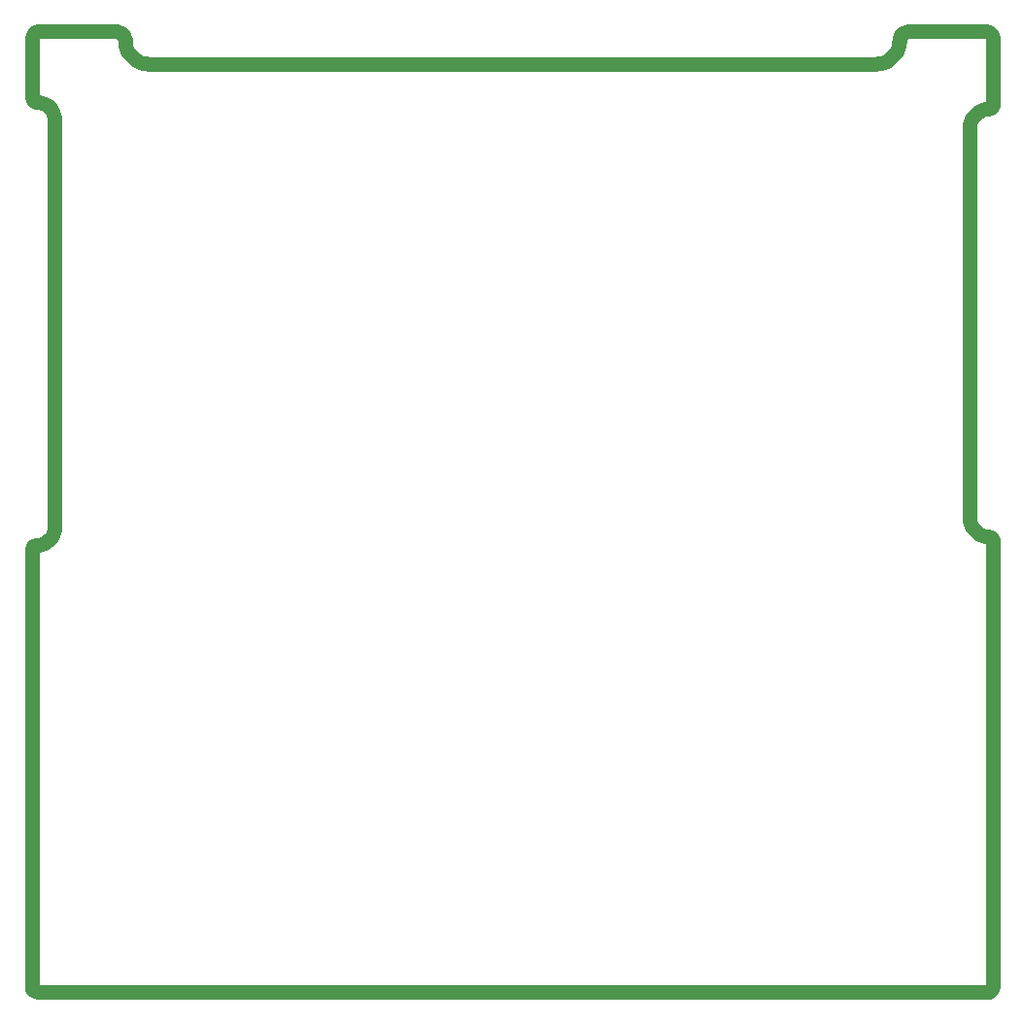
<source format=gbr>
G04*
G04 #@! TF.GenerationSoftware,Altium Limited,Altium Designer,24.1.2 (44)*
G04*
G04 Layer_Color=8421504*
%FSLAX44Y44*%
%MOMM*%
G71*
G04*
G04 #@! TF.SameCoordinates,A1CAFFC3-4532-48F1-AA43-BC187200CDC2*
G04*
G04*
G04 #@! TF.FilePolarity,Positive*
G04*
G01*
G75*
%ADD13C,1.2700*%
D13*
X87650Y836000D02*
X87276Y838360D01*
X86193Y840490D01*
X84506Y842182D01*
X82378Y843271D01*
X80019Y843650D01*
X6350Y12000D02*
X7105Y9179D01*
X9168Y7111D01*
X11988Y6350D01*
X742000Y815650D02*
X744451Y815798D01*
X746867Y816240D01*
X749212Y816970D01*
X751451Y817978D01*
X753553Y819247D01*
X755487Y820761D01*
X757225Y822497D01*
X758740Y824429D01*
X760012Y826529D01*
X761022Y828768D01*
X761755Y831112D01*
X762199Y833527D01*
X762350Y835978D01*
X10000Y396080D02*
X7419Y395011D01*
X6350Y392430D01*
X87650Y835978D02*
X87801Y833527D01*
X88245Y831112D01*
X88978Y828768D01*
X89988Y826529D01*
X91260Y824429D01*
X92775Y822497D01*
X94513Y820761D01*
X96447Y819247D01*
X98549Y817978D01*
X100788Y816970D01*
X103133Y816240D01*
X105549Y815798D01*
X108000Y815650D01*
X840001Y776350D02*
X837457Y776151D01*
X834975Y775559D01*
X832615Y774587D01*
X830436Y773260D01*
X828489Y771611D01*
X826823Y769678D01*
X825477Y767510D01*
X824486Y765159D01*
X823872Y762682D01*
X823651Y760140D01*
X840012Y776350D02*
X842562Y777399D01*
X843650Y779933D01*
X10000Y396080D02*
X12558Y396281D01*
X15053Y396880D01*
X17423Y397862D01*
X19611Y399202D01*
X21561Y400869D01*
X23228Y402820D01*
X24568Y405007D01*
X25550Y407378D01*
X26149Y409872D01*
X26350Y412430D01*
X838000Y6350D02*
X840821Y7105D01*
X842889Y9168D01*
X843650Y11988D01*
X6350Y786130D02*
X7419Y783549D01*
X10000Y782480D01*
X843650Y400000D02*
X842581Y402581D01*
X840000Y403650D01*
X770000Y843650D02*
X767636Y843275D01*
X765504Y842189D01*
X763811Y840496D01*
X762725Y838364D01*
X762350Y836000D01*
X843650Y838000D02*
X842893Y840825D01*
X840825Y842893D01*
X838000Y843650D01*
X26350Y766130D02*
X26149Y768688D01*
X25550Y771182D01*
X24568Y773553D01*
X23228Y775740D01*
X21561Y777691D01*
X19611Y779358D01*
X17423Y780698D01*
X15053Y781680D01*
X12558Y782279D01*
X10000Y782480D01*
X12000Y843650D02*
X9175Y842893D01*
X7107Y840825D01*
X6350Y838000D01*
X823650Y420000D02*
X823851Y417442D01*
X824450Y414948D01*
X825432Y412577D01*
X826772Y410390D01*
X828439Y408439D01*
X830390Y406772D01*
X832577Y405432D01*
X834948Y404450D01*
X837442Y403851D01*
X840000Y403650D01*
X823650Y420000D02*
Y682286D01*
Y760000D01*
X6350Y12025D02*
X6350Y392412D01*
X843650Y12000D02*
X843650Y400000D01*
X26350Y412430D02*
Y766130D01*
X12000Y6350D02*
X837975Y6350D01*
X843650Y780001D02*
Y838000D01*
X770000Y843650D02*
X838000D01*
X6350Y786130D02*
Y838000D01*
X12018Y843650D02*
X80000Y843650D01*
X108000Y815650D02*
X742000D01*
M02*

</source>
